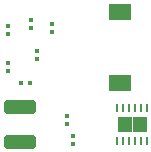
<source format=gbr>
%TF.GenerationSoftware,KiCad,Pcbnew,8.0.5*%
%TF.CreationDate,2025-09-15T10:24:37+05:30*%
%TF.ProjectId,design_buck_converter,64657369-676e-45f6-9275-636b5f636f6e,rev?*%
%TF.SameCoordinates,Original*%
%TF.FileFunction,Paste,Top*%
%TF.FilePolarity,Positive*%
%FSLAX46Y46*%
G04 Gerber Fmt 4.6, Leading zero omitted, Abs format (unit mm)*
G04 Created by KiCad (PCBNEW 8.0.5) date 2025-09-15 10:24:37*
%MOMM*%
%LPD*%
G01*
G04 APERTURE LIST*
G04 Aperture macros list*
%AMRoundRect*
0 Rectangle with rounded corners*
0 $1 Rounding radius*
0 $2 $3 $4 $5 $6 $7 $8 $9 X,Y pos of 4 corners*
0 Add a 4 corners polygon primitive as box body*
4,1,4,$2,$3,$4,$5,$6,$7,$8,$9,$2,$3,0*
0 Add four circle primitives for the rounded corners*
1,1,$1+$1,$2,$3*
1,1,$1+$1,$4,$5*
1,1,$1+$1,$6,$7*
1,1,$1+$1,$8,$9*
0 Add four rect primitives between the rounded corners*
20,1,$1+$1,$2,$3,$4,$5,0*
20,1,$1+$1,$4,$5,$6,$7,0*
20,1,$1+$1,$6,$7,$8,$9,0*
20,1,$1+$1,$8,$9,$2,$3,0*%
G04 Aperture macros list end*
%ADD10C,0.010000*%
%ADD11RoundRect,0.079500X-0.100500X0.079500X-0.100500X-0.079500X0.100500X-0.079500X0.100500X0.079500X0*%
%ADD12RoundRect,0.079500X0.100500X-0.079500X0.100500X0.079500X-0.100500X0.079500X-0.100500X-0.079500X0*%
%ADD13RoundRect,0.250000X1.100000X-0.325000X1.100000X0.325000X-1.100000X0.325000X-1.100000X-0.325000X0*%
%ADD14R,1.900000X1.400000*%
%ADD15RoundRect,0.079500X0.079500X0.100500X-0.079500X0.100500X-0.079500X-0.100500X0.079500X-0.100500X0*%
%ADD16RoundRect,0.050000X-0.075000X0.260000X-0.075000X-0.260000X0.075000X-0.260000X0.075000X0.260000X0*%
G04 APERTURE END LIST*
D10*
%TO.C,IC*%
X188858000Y-78396000D02*
X188860000Y-78396000D01*
X188863000Y-78397000D01*
X188865000Y-78397000D01*
X188868000Y-78398000D01*
X188870000Y-78399000D01*
X188873000Y-78400000D01*
X188875000Y-78402000D01*
X188877000Y-78403000D01*
X188879000Y-78405000D01*
X188881000Y-78406000D01*
X188883000Y-78408000D01*
X188885000Y-78410000D01*
X188887000Y-78412000D01*
X188889000Y-78414000D01*
X188890000Y-78416000D01*
X188892000Y-78418000D01*
X188893000Y-78420000D01*
X188895000Y-78422000D01*
X188896000Y-78425000D01*
X188897000Y-78427000D01*
X188898000Y-78430000D01*
X188898000Y-78432000D01*
X188899000Y-78435000D01*
X188899000Y-78437000D01*
X188900000Y-78440000D01*
X188900000Y-78442000D01*
X188900000Y-78445000D01*
X188900000Y-79555000D01*
X188900000Y-79558000D01*
X188900000Y-79560000D01*
X188899000Y-79563000D01*
X188899000Y-79565000D01*
X188898000Y-79568000D01*
X188898000Y-79570000D01*
X188897000Y-79573000D01*
X188896000Y-79575000D01*
X188895000Y-79578000D01*
X188893000Y-79580000D01*
X188892000Y-79582000D01*
X188890000Y-79584000D01*
X188889000Y-79586000D01*
X188887000Y-79588000D01*
X188885000Y-79590000D01*
X188883000Y-79592000D01*
X188881000Y-79594000D01*
X188879000Y-79595000D01*
X188877000Y-79597000D01*
X188875000Y-79598000D01*
X188873000Y-79600000D01*
X188870000Y-79601000D01*
X188868000Y-79602000D01*
X188865000Y-79603000D01*
X188863000Y-79603000D01*
X188860000Y-79604000D01*
X188858000Y-79604000D01*
X188855000Y-79605000D01*
X188853000Y-79605000D01*
X188850000Y-79605000D01*
X187850000Y-79605000D01*
X187847000Y-79605000D01*
X187845000Y-79605000D01*
X187842000Y-79604000D01*
X187840000Y-79604000D01*
X187837000Y-79603000D01*
X187835000Y-79603000D01*
X187832000Y-79602000D01*
X187830000Y-79601000D01*
X187827000Y-79600000D01*
X187825000Y-79598000D01*
X187823000Y-79597000D01*
X187821000Y-79595000D01*
X187819000Y-79594000D01*
X187817000Y-79592000D01*
X187815000Y-79590000D01*
X187813000Y-79588000D01*
X187811000Y-79586000D01*
X187810000Y-79584000D01*
X187808000Y-79582000D01*
X187807000Y-79580000D01*
X187805000Y-79578000D01*
X187804000Y-79575000D01*
X187803000Y-79573000D01*
X187802000Y-79570000D01*
X187802000Y-79568000D01*
X187801000Y-79565000D01*
X187801000Y-79563000D01*
X187800000Y-79560000D01*
X187800000Y-79558000D01*
X187800000Y-79555000D01*
X187800000Y-78445000D01*
X187800000Y-78442000D01*
X187800000Y-78440000D01*
X187801000Y-78437000D01*
X187801000Y-78435000D01*
X187802000Y-78432000D01*
X187802000Y-78430000D01*
X187803000Y-78427000D01*
X187804000Y-78425000D01*
X187805000Y-78422000D01*
X187807000Y-78420000D01*
X187808000Y-78418000D01*
X187810000Y-78416000D01*
X187811000Y-78414000D01*
X187813000Y-78412000D01*
X187815000Y-78410000D01*
X187817000Y-78408000D01*
X187819000Y-78406000D01*
X187821000Y-78405000D01*
X187823000Y-78403000D01*
X187825000Y-78402000D01*
X187827000Y-78400000D01*
X187830000Y-78399000D01*
X187832000Y-78398000D01*
X187835000Y-78397000D01*
X187837000Y-78397000D01*
X187840000Y-78396000D01*
X187842000Y-78396000D01*
X187845000Y-78395000D01*
X187847000Y-78395000D01*
X187850000Y-78395000D01*
X188850000Y-78395000D01*
X188853000Y-78395000D01*
X188855000Y-78395000D01*
X188858000Y-78396000D01*
G36*
X188858000Y-78396000D02*
G01*
X188860000Y-78396000D01*
X188863000Y-78397000D01*
X188865000Y-78397000D01*
X188868000Y-78398000D01*
X188870000Y-78399000D01*
X188873000Y-78400000D01*
X188875000Y-78402000D01*
X188877000Y-78403000D01*
X188879000Y-78405000D01*
X188881000Y-78406000D01*
X188883000Y-78408000D01*
X188885000Y-78410000D01*
X188887000Y-78412000D01*
X188889000Y-78414000D01*
X188890000Y-78416000D01*
X188892000Y-78418000D01*
X188893000Y-78420000D01*
X188895000Y-78422000D01*
X188896000Y-78425000D01*
X188897000Y-78427000D01*
X188898000Y-78430000D01*
X188898000Y-78432000D01*
X188899000Y-78435000D01*
X188899000Y-78437000D01*
X188900000Y-78440000D01*
X188900000Y-78442000D01*
X188900000Y-78445000D01*
X188900000Y-79555000D01*
X188900000Y-79558000D01*
X188900000Y-79560000D01*
X188899000Y-79563000D01*
X188899000Y-79565000D01*
X188898000Y-79568000D01*
X188898000Y-79570000D01*
X188897000Y-79573000D01*
X188896000Y-79575000D01*
X188895000Y-79578000D01*
X188893000Y-79580000D01*
X188892000Y-79582000D01*
X188890000Y-79584000D01*
X188889000Y-79586000D01*
X188887000Y-79588000D01*
X188885000Y-79590000D01*
X188883000Y-79592000D01*
X188881000Y-79594000D01*
X188879000Y-79595000D01*
X188877000Y-79597000D01*
X188875000Y-79598000D01*
X188873000Y-79600000D01*
X188870000Y-79601000D01*
X188868000Y-79602000D01*
X188865000Y-79603000D01*
X188863000Y-79603000D01*
X188860000Y-79604000D01*
X188858000Y-79604000D01*
X188855000Y-79605000D01*
X188853000Y-79605000D01*
X188850000Y-79605000D01*
X187850000Y-79605000D01*
X187847000Y-79605000D01*
X187845000Y-79605000D01*
X187842000Y-79604000D01*
X187840000Y-79604000D01*
X187837000Y-79603000D01*
X187835000Y-79603000D01*
X187832000Y-79602000D01*
X187830000Y-79601000D01*
X187827000Y-79600000D01*
X187825000Y-79598000D01*
X187823000Y-79597000D01*
X187821000Y-79595000D01*
X187819000Y-79594000D01*
X187817000Y-79592000D01*
X187815000Y-79590000D01*
X187813000Y-79588000D01*
X187811000Y-79586000D01*
X187810000Y-79584000D01*
X187808000Y-79582000D01*
X187807000Y-79580000D01*
X187805000Y-79578000D01*
X187804000Y-79575000D01*
X187803000Y-79573000D01*
X187802000Y-79570000D01*
X187802000Y-79568000D01*
X187801000Y-79565000D01*
X187801000Y-79563000D01*
X187800000Y-79560000D01*
X187800000Y-79558000D01*
X187800000Y-79555000D01*
X187800000Y-78445000D01*
X187800000Y-78442000D01*
X187800000Y-78440000D01*
X187801000Y-78437000D01*
X187801000Y-78435000D01*
X187802000Y-78432000D01*
X187802000Y-78430000D01*
X187803000Y-78427000D01*
X187804000Y-78425000D01*
X187805000Y-78422000D01*
X187807000Y-78420000D01*
X187808000Y-78418000D01*
X187810000Y-78416000D01*
X187811000Y-78414000D01*
X187813000Y-78412000D01*
X187815000Y-78410000D01*
X187817000Y-78408000D01*
X187819000Y-78406000D01*
X187821000Y-78405000D01*
X187823000Y-78403000D01*
X187825000Y-78402000D01*
X187827000Y-78400000D01*
X187830000Y-78399000D01*
X187832000Y-78398000D01*
X187835000Y-78397000D01*
X187837000Y-78397000D01*
X187840000Y-78396000D01*
X187842000Y-78396000D01*
X187845000Y-78395000D01*
X187847000Y-78395000D01*
X187850000Y-78395000D01*
X188850000Y-78395000D01*
X188853000Y-78395000D01*
X188855000Y-78395000D01*
X188858000Y-78396000D01*
G37*
X190158000Y-78396000D02*
X190160000Y-78396000D01*
X190163000Y-78397000D01*
X190165000Y-78397000D01*
X190168000Y-78398000D01*
X190170000Y-78399000D01*
X190173000Y-78400000D01*
X190175000Y-78402000D01*
X190177000Y-78403000D01*
X190179000Y-78405000D01*
X190181000Y-78406000D01*
X190183000Y-78408000D01*
X190185000Y-78410000D01*
X190187000Y-78412000D01*
X190189000Y-78414000D01*
X190190000Y-78416000D01*
X190192000Y-78418000D01*
X190193000Y-78420000D01*
X190195000Y-78422000D01*
X190196000Y-78425000D01*
X190197000Y-78427000D01*
X190198000Y-78430000D01*
X190198000Y-78432000D01*
X190199000Y-78435000D01*
X190199000Y-78437000D01*
X190200000Y-78440000D01*
X190200000Y-78442000D01*
X190200000Y-78445000D01*
X190200000Y-79555000D01*
X190200000Y-79558000D01*
X190200000Y-79560000D01*
X190199000Y-79563000D01*
X190199000Y-79565000D01*
X190198000Y-79568000D01*
X190198000Y-79570000D01*
X190197000Y-79573000D01*
X190196000Y-79575000D01*
X190195000Y-79578000D01*
X190193000Y-79580000D01*
X190192000Y-79582000D01*
X190190000Y-79584000D01*
X190189000Y-79586000D01*
X190187000Y-79588000D01*
X190185000Y-79590000D01*
X190183000Y-79592000D01*
X190181000Y-79594000D01*
X190179000Y-79595000D01*
X190177000Y-79597000D01*
X190175000Y-79598000D01*
X190173000Y-79600000D01*
X190170000Y-79601000D01*
X190168000Y-79602000D01*
X190165000Y-79603000D01*
X190163000Y-79603000D01*
X190160000Y-79604000D01*
X190158000Y-79604000D01*
X190155000Y-79605000D01*
X190153000Y-79605000D01*
X190150000Y-79605000D01*
X189150000Y-79605000D01*
X189147000Y-79605000D01*
X189145000Y-79605000D01*
X189142000Y-79604000D01*
X189140000Y-79604000D01*
X189137000Y-79603000D01*
X189135000Y-79603000D01*
X189132000Y-79602000D01*
X189130000Y-79601000D01*
X189127000Y-79600000D01*
X189125000Y-79598000D01*
X189123000Y-79597000D01*
X189121000Y-79595000D01*
X189119000Y-79594000D01*
X189117000Y-79592000D01*
X189115000Y-79590000D01*
X189113000Y-79588000D01*
X189111000Y-79586000D01*
X189110000Y-79584000D01*
X189108000Y-79582000D01*
X189107000Y-79580000D01*
X189105000Y-79578000D01*
X189104000Y-79575000D01*
X189103000Y-79573000D01*
X189102000Y-79570000D01*
X189102000Y-79568000D01*
X189101000Y-79565000D01*
X189101000Y-79563000D01*
X189100000Y-79560000D01*
X189100000Y-79558000D01*
X189100000Y-79555000D01*
X189100000Y-78445000D01*
X189100000Y-78442000D01*
X189100000Y-78440000D01*
X189101000Y-78437000D01*
X189101000Y-78435000D01*
X189102000Y-78432000D01*
X189102000Y-78430000D01*
X189103000Y-78427000D01*
X189104000Y-78425000D01*
X189105000Y-78422000D01*
X189107000Y-78420000D01*
X189108000Y-78418000D01*
X189110000Y-78416000D01*
X189111000Y-78414000D01*
X189113000Y-78412000D01*
X189115000Y-78410000D01*
X189117000Y-78408000D01*
X189119000Y-78406000D01*
X189121000Y-78405000D01*
X189123000Y-78403000D01*
X189125000Y-78402000D01*
X189127000Y-78400000D01*
X189130000Y-78399000D01*
X189132000Y-78398000D01*
X189135000Y-78397000D01*
X189137000Y-78397000D01*
X189140000Y-78396000D01*
X189142000Y-78396000D01*
X189145000Y-78395000D01*
X189147000Y-78395000D01*
X189150000Y-78395000D01*
X190150000Y-78395000D01*
X190153000Y-78395000D01*
X190155000Y-78395000D01*
X190158000Y-78396000D01*
G36*
X190158000Y-78396000D02*
G01*
X190160000Y-78396000D01*
X190163000Y-78397000D01*
X190165000Y-78397000D01*
X190168000Y-78398000D01*
X190170000Y-78399000D01*
X190173000Y-78400000D01*
X190175000Y-78402000D01*
X190177000Y-78403000D01*
X190179000Y-78405000D01*
X190181000Y-78406000D01*
X190183000Y-78408000D01*
X190185000Y-78410000D01*
X190187000Y-78412000D01*
X190189000Y-78414000D01*
X190190000Y-78416000D01*
X190192000Y-78418000D01*
X190193000Y-78420000D01*
X190195000Y-78422000D01*
X190196000Y-78425000D01*
X190197000Y-78427000D01*
X190198000Y-78430000D01*
X190198000Y-78432000D01*
X190199000Y-78435000D01*
X190199000Y-78437000D01*
X190200000Y-78440000D01*
X190200000Y-78442000D01*
X190200000Y-78445000D01*
X190200000Y-79555000D01*
X190200000Y-79558000D01*
X190200000Y-79560000D01*
X190199000Y-79563000D01*
X190199000Y-79565000D01*
X190198000Y-79568000D01*
X190198000Y-79570000D01*
X190197000Y-79573000D01*
X190196000Y-79575000D01*
X190195000Y-79578000D01*
X190193000Y-79580000D01*
X190192000Y-79582000D01*
X190190000Y-79584000D01*
X190189000Y-79586000D01*
X190187000Y-79588000D01*
X190185000Y-79590000D01*
X190183000Y-79592000D01*
X190181000Y-79594000D01*
X190179000Y-79595000D01*
X190177000Y-79597000D01*
X190175000Y-79598000D01*
X190173000Y-79600000D01*
X190170000Y-79601000D01*
X190168000Y-79602000D01*
X190165000Y-79603000D01*
X190163000Y-79603000D01*
X190160000Y-79604000D01*
X190158000Y-79604000D01*
X190155000Y-79605000D01*
X190153000Y-79605000D01*
X190150000Y-79605000D01*
X189150000Y-79605000D01*
X189147000Y-79605000D01*
X189145000Y-79605000D01*
X189142000Y-79604000D01*
X189140000Y-79604000D01*
X189137000Y-79603000D01*
X189135000Y-79603000D01*
X189132000Y-79602000D01*
X189130000Y-79601000D01*
X189127000Y-79600000D01*
X189125000Y-79598000D01*
X189123000Y-79597000D01*
X189121000Y-79595000D01*
X189119000Y-79594000D01*
X189117000Y-79592000D01*
X189115000Y-79590000D01*
X189113000Y-79588000D01*
X189111000Y-79586000D01*
X189110000Y-79584000D01*
X189108000Y-79582000D01*
X189107000Y-79580000D01*
X189105000Y-79578000D01*
X189104000Y-79575000D01*
X189103000Y-79573000D01*
X189102000Y-79570000D01*
X189102000Y-79568000D01*
X189101000Y-79565000D01*
X189101000Y-79563000D01*
X189100000Y-79560000D01*
X189100000Y-79558000D01*
X189100000Y-79555000D01*
X189100000Y-78445000D01*
X189100000Y-78442000D01*
X189100000Y-78440000D01*
X189101000Y-78437000D01*
X189101000Y-78435000D01*
X189102000Y-78432000D01*
X189102000Y-78430000D01*
X189103000Y-78427000D01*
X189104000Y-78425000D01*
X189105000Y-78422000D01*
X189107000Y-78420000D01*
X189108000Y-78418000D01*
X189110000Y-78416000D01*
X189111000Y-78414000D01*
X189113000Y-78412000D01*
X189115000Y-78410000D01*
X189117000Y-78408000D01*
X189119000Y-78406000D01*
X189121000Y-78405000D01*
X189123000Y-78403000D01*
X189125000Y-78402000D01*
X189127000Y-78400000D01*
X189130000Y-78399000D01*
X189132000Y-78398000D01*
X189135000Y-78397000D01*
X189137000Y-78397000D01*
X189140000Y-78396000D01*
X189142000Y-78396000D01*
X189145000Y-78395000D01*
X189147000Y-78395000D01*
X189150000Y-78395000D01*
X190150000Y-78395000D01*
X190153000Y-78395000D01*
X190155000Y-78395000D01*
X190158000Y-78396000D01*
G37*
%TD*%
D11*
%TO.C,C4*%
X178500000Y-70655000D03*
X178500000Y-71345000D03*
%TD*%
%TO.C,R4*%
X180500000Y-70845000D03*
X180500000Y-70155000D03*
%TD*%
%TO.C,C5*%
X178500000Y-74500000D03*
X178500000Y-73810000D03*
%TD*%
D12*
%TO.C,C3*%
X182250000Y-71190000D03*
X182250000Y-70500000D03*
%TD*%
D11*
%TO.C,R3*%
X183500000Y-78310000D03*
X183500000Y-79000000D03*
%TD*%
D13*
%TO.C,C1*%
X179500000Y-80475000D03*
X179500000Y-77525000D03*
%TD*%
D14*
%TO.C,L1*%
X188000000Y-69500000D03*
X188000000Y-75500000D03*
%TD*%
D15*
%TO.C,R1*%
X180345000Y-75500000D03*
X179655000Y-75500000D03*
%TD*%
D11*
%TO.C,R2*%
X181000000Y-73500000D03*
X181000000Y-72810000D03*
%TD*%
D16*
%TO.C,IC*%
X190250000Y-77610000D03*
X189750000Y-77610000D03*
X189250000Y-77610000D03*
X188750000Y-77610000D03*
X188250000Y-77610000D03*
X187750000Y-77610000D03*
X187750000Y-80390000D03*
X188250000Y-80390000D03*
X188750000Y-80390000D03*
X189250000Y-80390000D03*
X189750000Y-80390000D03*
X190250000Y-80390000D03*
%TD*%
D12*
%TO.C,C2*%
X184000000Y-80690000D03*
X184000000Y-80000000D03*
%TD*%
M02*

</source>
